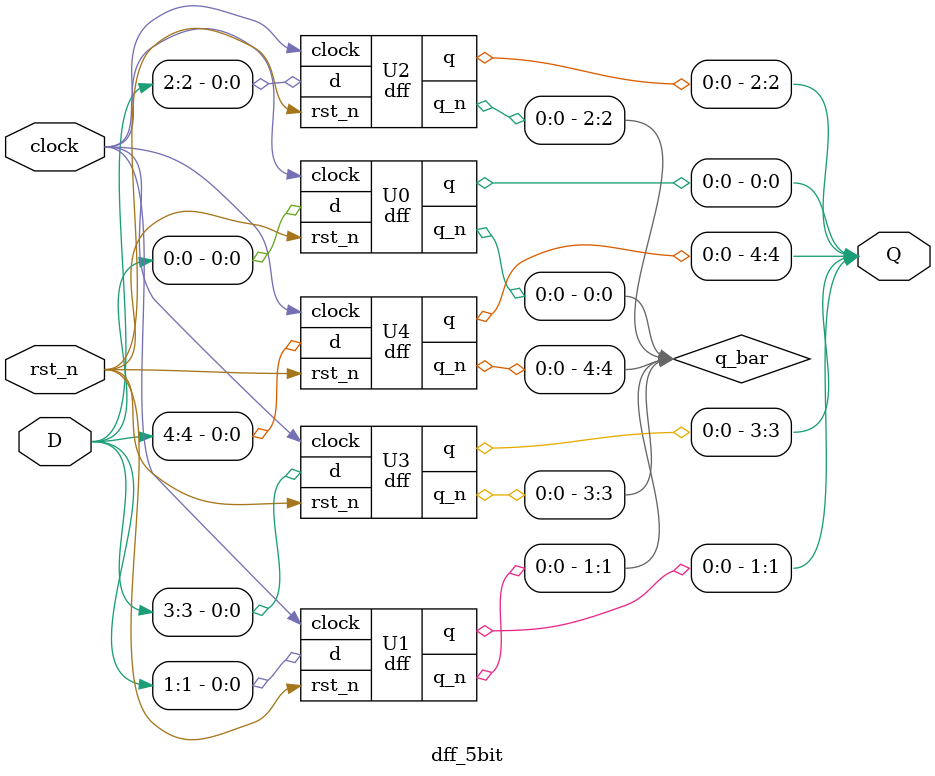
<source format=v>
module dff (
  input rst_n, clock,
  input d,
  output reg q,
  output q_n
);

  always @(posedge clock )
    if( !rst_n )
      q <= 0;
    else
      q <= d;

  assign q_n = ~q;

endmodule

module dff_4bit (
  input rst_n, clock,
  input [3:0] D,
  output [3:0] Q
);

  wire [3:0] q_bar;

  dff U0 ( rst_n, clock, D[0], Q[0], q_bar[0] );
  dff U1 ( rst_n, clock, D[1], Q[1], q_bar[1] );
  dff U2 ( rst_n, clock, D[2], Q[2], q_bar[2] );
  dff U3 ( rst_n, clock, D[3], Q[3], q_bar[3] );

endmodule

module dff_5bit (
  input rst_n, clock,
  input [4:0] D,
  output [4:0] Q
);

  wire [4:0] q_bar;

  dff U0 ( rst_n, clock, D[0], Q[0], q_bar[0] );
  dff U1 ( rst_n, clock, D[1], Q[1], q_bar[1] );
  dff U2 ( rst_n, clock, D[2], Q[2], q_bar[2] );
  dff U3 ( rst_n, clock, D[3], Q[3], q_bar[3] );
  dff U4 ( rst_n, clock, D[4], Q[4], q_bar[4] );
endmodule

</source>
